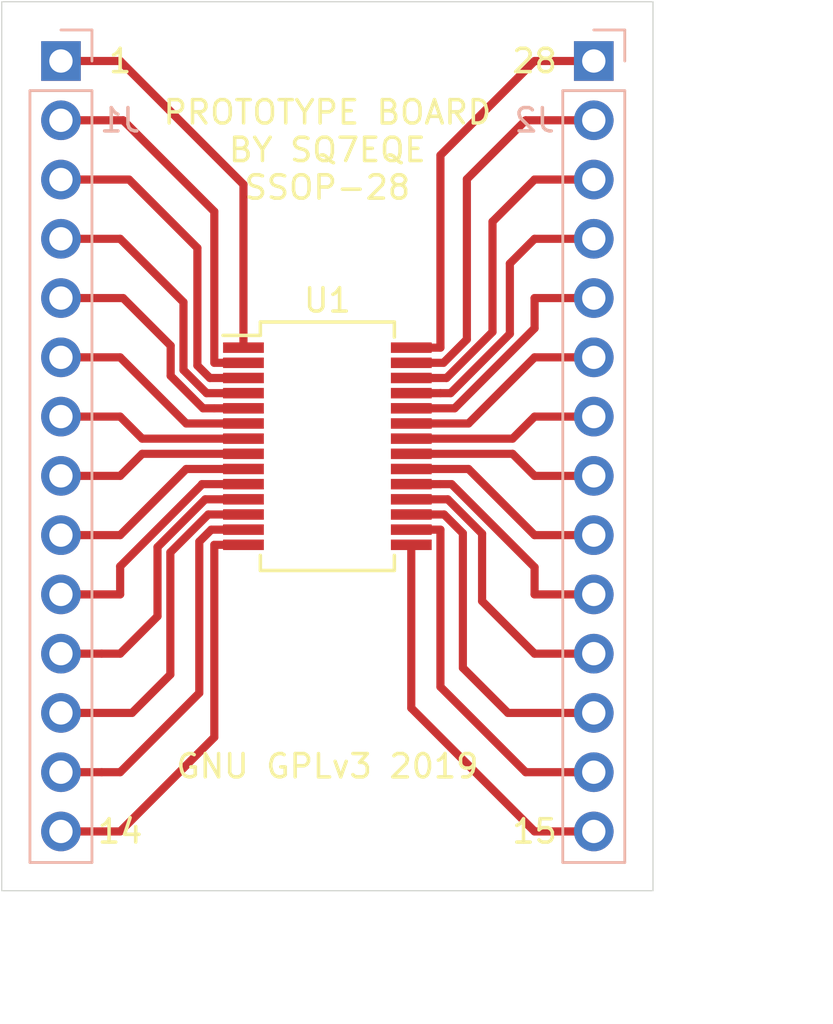
<source format=kicad_pcb>
(kicad_pcb (version 20171130) (host pcbnew 5.1.4-3.fc31)

  (general
    (thickness 1.6)
    (drawings 14)
    (tracks 120)
    (zones 0)
    (modules 3)
    (nets 29)
  )

  (page A4)
  (title_block
    (title "SSOP-28_3.9x9.9mm_P0.65 Prototype Board PCB")
    (date 2019-11-25)
    (rev 1.0)
    (company "MSc. Paweł Sobótka")
    (comment 1 "GNU GPLv3")
    (comment 2 "design by SQ7EQE")
  )

  (layers
    (0 F.Cu signal)
    (31 B.Cu signal)
    (32 B.Adhes user)
    (33 F.Adhes user)
    (34 B.Paste user)
    (35 F.Paste user)
    (36 B.SilkS user)
    (37 F.SilkS user)
    (38 B.Mask user)
    (39 F.Mask user)
    (40 Dwgs.User user)
    (41 Cmts.User user)
    (42 Eco1.User user)
    (43 Eco2.User user)
    (44 Edge.Cuts user)
    (45 Margin user)
    (46 B.CrtYd user)
    (47 F.CrtYd user)
    (48 B.Fab user)
    (49 F.Fab user)
  )

  (setup
    (last_trace_width 0.35)
    (user_trace_width 0.35)
    (trace_clearance 0.2)
    (zone_clearance 0.508)
    (zone_45_only no)
    (trace_min 0.2)
    (via_size 0.8)
    (via_drill 0.4)
    (via_min_size 0.4)
    (via_min_drill 0.3)
    (uvia_size 0.3)
    (uvia_drill 0.1)
    (uvias_allowed no)
    (uvia_min_size 0.2)
    (uvia_min_drill 0.1)
    (edge_width 0.05)
    (segment_width 0.2)
    (pcb_text_width 0.3)
    (pcb_text_size 1.5 1.5)
    (mod_edge_width 0.12)
    (mod_text_size 1 1)
    (mod_text_width 0.15)
    (pad_size 1.524 1.524)
    (pad_drill 0.762)
    (pad_to_mask_clearance 0.051)
    (solder_mask_min_width 0.25)
    (aux_axis_origin 127 104.14)
    (grid_origin 129.54 68.58)
    (visible_elements FFFFFF7F)
    (pcbplotparams
      (layerselection 0x0d2fc_ffffffff)
      (usegerberextensions false)
      (usegerberattributes true)
      (usegerberadvancedattributes true)
      (creategerberjobfile true)
      (excludeedgelayer true)
      (linewidth 0.150000)
      (plotframeref false)
      (viasonmask false)
      (mode 1)
      (useauxorigin false)
      (hpglpennumber 1)
      (hpglpenspeed 20)
      (hpglpendiameter 15.000000)
      (psnegative false)
      (psa4output false)
      (plotreference true)
      (plotvalue true)
      (plotinvisibletext false)
      (padsonsilk false)
      (subtractmaskfromsilk true)
      (outputformat 1)
      (mirror false)
      (drillshape 0)
      (scaleselection 1)
      (outputdirectory "plot/"))
  )

  (net 0 "")
  (net 1 "Net-(J1-Pad1)")
  (net 2 "Net-(J1-Pad2)")
  (net 3 "Net-(J1-Pad3)")
  (net 4 "Net-(J1-Pad4)")
  (net 5 "Net-(J1-Pad5)")
  (net 6 "Net-(J1-Pad6)")
  (net 7 "Net-(J1-Pad7)")
  (net 8 "Net-(J1-Pad8)")
  (net 9 "Net-(J1-Pad9)")
  (net 10 "Net-(J1-Pad10)")
  (net 11 "Net-(J1-Pad11)")
  (net 12 "Net-(J1-Pad12)")
  (net 13 "Net-(J1-Pad13)")
  (net 14 "Net-(J1-Pad14)")
  (net 15 "Net-(J2-Pad14)")
  (net 16 "Net-(J2-Pad13)")
  (net 17 "Net-(J2-Pad12)")
  (net 18 "Net-(J2-Pad11)")
  (net 19 "Net-(J2-Pad10)")
  (net 20 "Net-(J2-Pad9)")
  (net 21 "Net-(J2-Pad8)")
  (net 22 "Net-(J2-Pad7)")
  (net 23 "Net-(J2-Pad6)")
  (net 24 "Net-(J2-Pad5)")
  (net 25 "Net-(J2-Pad4)")
  (net 26 "Net-(J2-Pad3)")
  (net 27 "Net-(J2-Pad2)")
  (net 28 "Net-(J2-Pad1)")

  (net_class Default "To jest domyślna klasa połączeń."
    (clearance 0.2)
    (trace_width 0.35)
    (via_dia 0.8)
    (via_drill 0.4)
    (uvia_dia 0.3)
    (uvia_drill 0.1)
    (add_net "Net-(J1-Pad1)")
    (add_net "Net-(J1-Pad10)")
    (add_net "Net-(J1-Pad11)")
    (add_net "Net-(J1-Pad12)")
    (add_net "Net-(J1-Pad13)")
    (add_net "Net-(J1-Pad14)")
    (add_net "Net-(J1-Pad2)")
    (add_net "Net-(J1-Pad3)")
    (add_net "Net-(J1-Pad4)")
    (add_net "Net-(J1-Pad5)")
    (add_net "Net-(J1-Pad6)")
    (add_net "Net-(J1-Pad7)")
    (add_net "Net-(J1-Pad8)")
    (add_net "Net-(J1-Pad9)")
    (add_net "Net-(J2-Pad1)")
    (add_net "Net-(J2-Pad10)")
    (add_net "Net-(J2-Pad11)")
    (add_net "Net-(J2-Pad12)")
    (add_net "Net-(J2-Pad13)")
    (add_net "Net-(J2-Pad14)")
    (add_net "Net-(J2-Pad2)")
    (add_net "Net-(J2-Pad3)")
    (add_net "Net-(J2-Pad4)")
    (add_net "Net-(J2-Pad5)")
    (add_net "Net-(J2-Pad6)")
    (add_net "Net-(J2-Pad7)")
    (add_net "Net-(J2-Pad8)")
    (add_net "Net-(J2-Pad9)")
  )

  (module Connector_PinHeader_2.54mm:PinHeader_1x14_P2.54mm_Vertical (layer B.Cu) (tedit 59FED5CC) (tstamp 5DDBF86F)
    (at 129.54 68.58 180)
    (descr "Through hole straight pin header, 1x14, 2.54mm pitch, single row")
    (tags "Through hole pin header THT 1x14 2.54mm single row")
    (path /5DD8843E)
    (fp_text reference J1 (at -2.54 -2.54) (layer B.SilkS)
      (effects (font (size 1 1) (thickness 0.15)) (justify mirror))
    )
    (fp_text value "PCB PinHeader" (at -2.54 -27.94 90) (layer B.Fab)
      (effects (font (size 1 1) (thickness 0.15)) (justify mirror))
    )
    (fp_line (start -0.635 1.27) (end 1.27 1.27) (layer B.Fab) (width 0.1))
    (fp_line (start 1.27 1.27) (end 1.27 -34.29) (layer B.Fab) (width 0.1))
    (fp_line (start 1.27 -34.29) (end -1.27 -34.29) (layer B.Fab) (width 0.1))
    (fp_line (start -1.27 -34.29) (end -1.27 0.635) (layer B.Fab) (width 0.1))
    (fp_line (start -1.27 0.635) (end -0.635 1.27) (layer B.Fab) (width 0.1))
    (fp_line (start -1.33 -34.35) (end 1.33 -34.35) (layer B.SilkS) (width 0.12))
    (fp_line (start -1.33 -1.27) (end -1.33 -34.35) (layer B.SilkS) (width 0.12))
    (fp_line (start 1.33 -1.27) (end 1.33 -34.35) (layer B.SilkS) (width 0.12))
    (fp_line (start -1.33 -1.27) (end 1.33 -1.27) (layer B.SilkS) (width 0.12))
    (fp_line (start -1.33 0) (end -1.33 1.33) (layer B.SilkS) (width 0.12))
    (fp_line (start -1.33 1.33) (end 0 1.33) (layer B.SilkS) (width 0.12))
    (fp_line (start -1.8 1.8) (end -1.8 -34.8) (layer B.CrtYd) (width 0.05))
    (fp_line (start -1.8 -34.8) (end 1.8 -34.8) (layer B.CrtYd) (width 0.05))
    (fp_line (start 1.8 -34.8) (end 1.8 1.8) (layer B.CrtYd) (width 0.05))
    (fp_line (start 1.8 1.8) (end -1.8 1.8) (layer B.CrtYd) (width 0.05))
    (fp_text user %R (at 0 -16.51 -90) (layer B.Fab)
      (effects (font (size 1 1) (thickness 0.15)) (justify mirror))
    )
    (pad 1 thru_hole rect (at 0 0 180) (size 1.7 1.7) (drill 1) (layers *.Cu *.Mask)
      (net 1 "Net-(J1-Pad1)"))
    (pad 2 thru_hole oval (at 0 -2.54 180) (size 1.7 1.7) (drill 1) (layers *.Cu *.Mask)
      (net 2 "Net-(J1-Pad2)"))
    (pad 3 thru_hole oval (at 0 -5.08 180) (size 1.7 1.7) (drill 1) (layers *.Cu *.Mask)
      (net 3 "Net-(J1-Pad3)"))
    (pad 4 thru_hole oval (at 0 -7.62 180) (size 1.7 1.7) (drill 1) (layers *.Cu *.Mask)
      (net 4 "Net-(J1-Pad4)"))
    (pad 5 thru_hole oval (at 0 -10.16 180) (size 1.7 1.7) (drill 1) (layers *.Cu *.Mask)
      (net 5 "Net-(J1-Pad5)"))
    (pad 6 thru_hole oval (at 0 -12.7 180) (size 1.7 1.7) (drill 1) (layers *.Cu *.Mask)
      (net 6 "Net-(J1-Pad6)"))
    (pad 7 thru_hole oval (at 0 -15.24 180) (size 1.7 1.7) (drill 1) (layers *.Cu *.Mask)
      (net 7 "Net-(J1-Pad7)"))
    (pad 8 thru_hole oval (at 0 -17.78 180) (size 1.7 1.7) (drill 1) (layers *.Cu *.Mask)
      (net 8 "Net-(J1-Pad8)"))
    (pad 9 thru_hole oval (at 0 -20.32 180) (size 1.7 1.7) (drill 1) (layers *.Cu *.Mask)
      (net 9 "Net-(J1-Pad9)"))
    (pad 10 thru_hole oval (at 0 -22.86 180) (size 1.7 1.7) (drill 1) (layers *.Cu *.Mask)
      (net 10 "Net-(J1-Pad10)"))
    (pad 11 thru_hole oval (at 0 -25.4 180) (size 1.7 1.7) (drill 1) (layers *.Cu *.Mask)
      (net 11 "Net-(J1-Pad11)"))
    (pad 12 thru_hole oval (at 0 -27.94 180) (size 1.7 1.7) (drill 1) (layers *.Cu *.Mask)
      (net 12 "Net-(J1-Pad12)"))
    (pad 13 thru_hole oval (at 0 -30.48 180) (size 1.7 1.7) (drill 1) (layers *.Cu *.Mask)
      (net 13 "Net-(J1-Pad13)"))
    (pad 14 thru_hole oval (at 0 -33.02 180) (size 1.7 1.7) (drill 1) (layers *.Cu *.Mask)
      (net 14 "Net-(J1-Pad14)"))
    (model ${KISYS3DMOD}/Connector_PinHeader_2.54mm.3dshapes/PinHeader_1x14_P2.54mm_Vertical.wrl
      (at (xyz 0 0 0))
      (scale (xyz 1 1 1))
      (rotate (xyz 0 0 0))
    )
  )

  (module Connector_PinHeader_2.54mm:PinHeader_1x14_P2.54mm_Vertical (layer B.Cu) (tedit 59FED5CC) (tstamp 5DDBF1E2)
    (at 152.4 68.58 180)
    (descr "Through hole straight pin header, 1x14, 2.54mm pitch, single row")
    (tags "Through hole pin header THT 1x14 2.54mm single row")
    (path /5DD893DF)
    (fp_text reference J2 (at 2.54 -2.54) (layer B.SilkS)
      (effects (font (size 1 1) (thickness 0.15)) (justify mirror))
    )
    (fp_text value "PCB PinHeader" (at 2.54 -27.94 90) (layer B.Fab)
      (effects (font (size 1 1) (thickness 0.15)) (justify mirror))
    )
    (fp_text user %R (at 0 -16.51 -90) (layer B.Fab)
      (effects (font (size 1 1) (thickness 0.15)) (justify mirror))
    )
    (fp_line (start 1.8 1.8) (end -1.8 1.8) (layer B.CrtYd) (width 0.05))
    (fp_line (start 1.8 -34.8) (end 1.8 1.8) (layer B.CrtYd) (width 0.05))
    (fp_line (start -1.8 -34.8) (end 1.8 -34.8) (layer B.CrtYd) (width 0.05))
    (fp_line (start -1.8 1.8) (end -1.8 -34.8) (layer B.CrtYd) (width 0.05))
    (fp_line (start -1.33 1.33) (end 0 1.33) (layer B.SilkS) (width 0.12))
    (fp_line (start -1.33 0) (end -1.33 1.33) (layer B.SilkS) (width 0.12))
    (fp_line (start -1.33 -1.27) (end 1.33 -1.27) (layer B.SilkS) (width 0.12))
    (fp_line (start 1.33 -1.27) (end 1.33 -34.35) (layer B.SilkS) (width 0.12))
    (fp_line (start -1.33 -1.27) (end -1.33 -34.35) (layer B.SilkS) (width 0.12))
    (fp_line (start -1.33 -34.35) (end 1.33 -34.35) (layer B.SilkS) (width 0.12))
    (fp_line (start -1.27 0.635) (end -0.635 1.27) (layer B.Fab) (width 0.1))
    (fp_line (start -1.27 -34.29) (end -1.27 0.635) (layer B.Fab) (width 0.1))
    (fp_line (start 1.27 -34.29) (end -1.27 -34.29) (layer B.Fab) (width 0.1))
    (fp_line (start 1.27 1.27) (end 1.27 -34.29) (layer B.Fab) (width 0.1))
    (fp_line (start -0.635 1.27) (end 1.27 1.27) (layer B.Fab) (width 0.1))
    (pad 14 thru_hole oval (at 0 -33.02 180) (size 1.7 1.7) (drill 1) (layers *.Cu *.Mask)
      (net 15 "Net-(J2-Pad14)"))
    (pad 13 thru_hole oval (at 0 -30.48 180) (size 1.7 1.7) (drill 1) (layers *.Cu *.Mask)
      (net 16 "Net-(J2-Pad13)"))
    (pad 12 thru_hole oval (at 0 -27.94 180) (size 1.7 1.7) (drill 1) (layers *.Cu *.Mask)
      (net 17 "Net-(J2-Pad12)"))
    (pad 11 thru_hole oval (at 0 -25.4 180) (size 1.7 1.7) (drill 1) (layers *.Cu *.Mask)
      (net 18 "Net-(J2-Pad11)"))
    (pad 10 thru_hole oval (at 0 -22.86 180) (size 1.7 1.7) (drill 1) (layers *.Cu *.Mask)
      (net 19 "Net-(J2-Pad10)"))
    (pad 9 thru_hole oval (at 0 -20.32 180) (size 1.7 1.7) (drill 1) (layers *.Cu *.Mask)
      (net 20 "Net-(J2-Pad9)"))
    (pad 8 thru_hole oval (at 0 -17.78 180) (size 1.7 1.7) (drill 1) (layers *.Cu *.Mask)
      (net 21 "Net-(J2-Pad8)"))
    (pad 7 thru_hole oval (at 0 -15.24 180) (size 1.7 1.7) (drill 1) (layers *.Cu *.Mask)
      (net 22 "Net-(J2-Pad7)"))
    (pad 6 thru_hole oval (at 0 -12.7 180) (size 1.7 1.7) (drill 1) (layers *.Cu *.Mask)
      (net 23 "Net-(J2-Pad6)"))
    (pad 5 thru_hole oval (at 0 -10.16 180) (size 1.7 1.7) (drill 1) (layers *.Cu *.Mask)
      (net 24 "Net-(J2-Pad5)"))
    (pad 4 thru_hole oval (at 0 -7.62 180) (size 1.7 1.7) (drill 1) (layers *.Cu *.Mask)
      (net 25 "Net-(J2-Pad4)"))
    (pad 3 thru_hole oval (at 0 -5.08 180) (size 1.7 1.7) (drill 1) (layers *.Cu *.Mask)
      (net 26 "Net-(J2-Pad3)"))
    (pad 2 thru_hole oval (at 0 -2.54 180) (size 1.7 1.7) (drill 1) (layers *.Cu *.Mask)
      (net 27 "Net-(J2-Pad2)"))
    (pad 1 thru_hole rect (at 0 0 180) (size 1.7 1.7) (drill 1) (layers *.Cu *.Mask)
      (net 28 "Net-(J2-Pad1)"))
    (model ${KISYS3DMOD}/Connector_PinHeader_2.54mm.3dshapes/PinHeader_1x14_P2.54mm_Vertical.wrl
      (at (xyz 0 0 0))
      (scale (xyz 1 1 1))
      (rotate (xyz 0 0 0))
    )
  )

  (module Package_SO:SSOP-28_5.3x10.2mm_P0.65mm (layer F.Cu) (tedit 5A02F25C) (tstamp 5DDBF213)
    (at 140.97 85.09)
    (descr "28-Lead Plastic Shrink Small Outline (SS)-5.30 mm Body [SSOP] (see Microchip Packaging Specification 00000049BS.pdf)")
    (tags "SSOP 0.65")
    (path /5DD8EFF6)
    (attr smd)
    (fp_text reference U1 (at 0 -6.25) (layer F.SilkS)
      (effects (font (size 1 1) (thickness 0.15)))
    )
    (fp_text value SSOP-28 (at 0 6.25) (layer F.Fab)
      (effects (font (size 1 1) (thickness 0.15)))
    )
    (fp_line (start -1.65 -5.1) (end 2.65 -5.1) (layer F.Fab) (width 0.15))
    (fp_line (start 2.65 -5.1) (end 2.65 5.1) (layer F.Fab) (width 0.15))
    (fp_line (start 2.65 5.1) (end -2.65 5.1) (layer F.Fab) (width 0.15))
    (fp_line (start -2.65 5.1) (end -2.65 -4.1) (layer F.Fab) (width 0.15))
    (fp_line (start -2.65 -4.1) (end -1.65 -5.1) (layer F.Fab) (width 0.15))
    (fp_line (start -4.75 -5.5) (end -4.75 5.5) (layer F.CrtYd) (width 0.05))
    (fp_line (start 4.75 -5.5) (end 4.75 5.5) (layer F.CrtYd) (width 0.05))
    (fp_line (start -4.75 -5.5) (end 4.75 -5.5) (layer F.CrtYd) (width 0.05))
    (fp_line (start -4.75 5.5) (end 4.75 5.5) (layer F.CrtYd) (width 0.05))
    (fp_line (start -2.875 -5.325) (end -2.875 -4.75) (layer F.SilkS) (width 0.15))
    (fp_line (start 2.875 -5.325) (end 2.875 -4.675) (layer F.SilkS) (width 0.15))
    (fp_line (start 2.875 5.325) (end 2.875 4.675) (layer F.SilkS) (width 0.15))
    (fp_line (start -2.875 5.325) (end -2.875 4.675) (layer F.SilkS) (width 0.15))
    (fp_line (start -2.875 -5.325) (end 2.875 -5.325) (layer F.SilkS) (width 0.15))
    (fp_line (start -2.875 5.325) (end 2.875 5.325) (layer F.SilkS) (width 0.15))
    (fp_line (start -2.875 -4.75) (end -4.475 -4.75) (layer F.SilkS) (width 0.15))
    (fp_text user %R (at 0 0) (layer F.Fab)
      (effects (font (size 0.8 0.8) (thickness 0.15)))
    )
    (pad 1 smd rect (at -3.6 -4.225) (size 1.75 0.45) (layers F.Cu F.Paste F.Mask)
      (net 1 "Net-(J1-Pad1)"))
    (pad 2 smd rect (at -3.6 -3.575) (size 1.75 0.45) (layers F.Cu F.Paste F.Mask)
      (net 2 "Net-(J1-Pad2)"))
    (pad 3 smd rect (at -3.6 -2.925) (size 1.75 0.45) (layers F.Cu F.Paste F.Mask)
      (net 3 "Net-(J1-Pad3)"))
    (pad 4 smd rect (at -3.6 -2.275) (size 1.75 0.45) (layers F.Cu F.Paste F.Mask)
      (net 4 "Net-(J1-Pad4)"))
    (pad 5 smd rect (at -3.6 -1.625) (size 1.75 0.45) (layers F.Cu F.Paste F.Mask)
      (net 5 "Net-(J1-Pad5)"))
    (pad 6 smd rect (at -3.6 -0.975) (size 1.75 0.45) (layers F.Cu F.Paste F.Mask)
      (net 6 "Net-(J1-Pad6)"))
    (pad 7 smd rect (at -3.6 -0.325) (size 1.75 0.45) (layers F.Cu F.Paste F.Mask)
      (net 7 "Net-(J1-Pad7)"))
    (pad 8 smd rect (at -3.6 0.325) (size 1.75 0.45) (layers F.Cu F.Paste F.Mask)
      (net 8 "Net-(J1-Pad8)"))
    (pad 9 smd rect (at -3.6 0.975) (size 1.75 0.45) (layers F.Cu F.Paste F.Mask)
      (net 9 "Net-(J1-Pad9)"))
    (pad 10 smd rect (at -3.6 1.625) (size 1.75 0.45) (layers F.Cu F.Paste F.Mask)
      (net 10 "Net-(J1-Pad10)"))
    (pad 11 smd rect (at -3.6 2.275) (size 1.75 0.45) (layers F.Cu F.Paste F.Mask)
      (net 11 "Net-(J1-Pad11)"))
    (pad 12 smd rect (at -3.6 2.925) (size 1.75 0.45) (layers F.Cu F.Paste F.Mask)
      (net 12 "Net-(J1-Pad12)"))
    (pad 13 smd rect (at -3.6 3.575) (size 1.75 0.45) (layers F.Cu F.Paste F.Mask)
      (net 13 "Net-(J1-Pad13)"))
    (pad 14 smd rect (at -3.6 4.225) (size 1.75 0.45) (layers F.Cu F.Paste F.Mask)
      (net 14 "Net-(J1-Pad14)"))
    (pad 15 smd rect (at 3.6 4.225) (size 1.75 0.45) (layers F.Cu F.Paste F.Mask)
      (net 15 "Net-(J2-Pad14)"))
    (pad 16 smd rect (at 3.6 3.575) (size 1.75 0.45) (layers F.Cu F.Paste F.Mask)
      (net 16 "Net-(J2-Pad13)"))
    (pad 17 smd rect (at 3.6 2.925) (size 1.75 0.45) (layers F.Cu F.Paste F.Mask)
      (net 17 "Net-(J2-Pad12)"))
    (pad 18 smd rect (at 3.6 2.275) (size 1.75 0.45) (layers F.Cu F.Paste F.Mask)
      (net 18 "Net-(J2-Pad11)"))
    (pad 19 smd rect (at 3.6 1.625) (size 1.75 0.45) (layers F.Cu F.Paste F.Mask)
      (net 19 "Net-(J2-Pad10)"))
    (pad 20 smd rect (at 3.6 0.975) (size 1.75 0.45) (layers F.Cu F.Paste F.Mask)
      (net 20 "Net-(J2-Pad9)"))
    (pad 21 smd rect (at 3.6 0.325) (size 1.75 0.45) (layers F.Cu F.Paste F.Mask)
      (net 21 "Net-(J2-Pad8)"))
    (pad 22 smd rect (at 3.6 -0.325) (size 1.75 0.45) (layers F.Cu F.Paste F.Mask)
      (net 22 "Net-(J2-Pad7)"))
    (pad 23 smd rect (at 3.6 -0.975) (size 1.75 0.45) (layers F.Cu F.Paste F.Mask)
      (net 23 "Net-(J2-Pad6)"))
    (pad 24 smd rect (at 3.6 -1.625) (size 1.75 0.45) (layers F.Cu F.Paste F.Mask)
      (net 24 "Net-(J2-Pad5)"))
    (pad 25 smd rect (at 3.6 -2.275) (size 1.75 0.45) (layers F.Cu F.Paste F.Mask)
      (net 25 "Net-(J2-Pad4)"))
    (pad 26 smd rect (at 3.6 -2.925) (size 1.75 0.45) (layers F.Cu F.Paste F.Mask)
      (net 26 "Net-(J2-Pad3)"))
    (pad 27 smd rect (at 3.6 -3.575) (size 1.75 0.45) (layers F.Cu F.Paste F.Mask)
      (net 27 "Net-(J2-Pad2)"))
    (pad 28 smd rect (at 3.6 -4.225) (size 1.75 0.45) (layers F.Cu F.Paste F.Mask)
      (net 28 "Net-(J2-Pad1)"))
    (model ${KISYS3DMOD}/Package_SO.3dshapes/SSOP-28_5.3x10.2mm_P0.65mm.wrl
      (at (xyz 0 0 0))
      (scale (xyz 1 1 1))
      (rotate (xyz 0 0 0))
    )
  )

  (gr_text 15 (at 149.86 101.6) (layer F.SilkS)
    (effects (font (size 1 1) (thickness 0.15)))
  )
  (gr_text 14 (at 132.08 101.6) (layer F.SilkS)
    (effects (font (size 1 1) (thickness 0.15)))
  )
  (gr_text 28 (at 149.86 68.58) (layer F.SilkS)
    (effects (font (size 1 1) (thickness 0.15)))
  )
  (gr_text 1 (at 132.08 68.58) (layer F.SilkS)
    (effects (font (size 1 1) (thickness 0.15)))
  )
  (gr_text "GNU GPLv3 2019" (at 140.969999 98.806) (layer F.SilkS)
    (effects (font (size 1 1) (thickness 0.15)))
  )
  (gr_text "PROTOTYPE BOARD\nBY SQ7EQE\nSSOP-28" (at 140.969999 72.39) (layer F.SilkS)
    (effects (font (size 1 1) (thickness 0.15)))
  )
  (dimension 33.02 (width 0.15) (layer Cmts.User)
    (gr_text "33,020 mm" (at 158.78 85.09 90) (layer Cmts.User)
      (effects (font (size 1 1) (thickness 0.15)))
    )
    (feature1 (pts (xy 152.4 68.58) (xy 158.066421 68.58)))
    (feature2 (pts (xy 152.4 101.6) (xy 158.066421 101.6)))
    (crossbar (pts (xy 157.48 101.6) (xy 157.48 68.58)))
    (arrow1a (pts (xy 157.48 68.58) (xy 158.066421 69.706504)))
    (arrow1b (pts (xy 157.48 68.58) (xy 156.893579 69.706504)))
    (arrow2a (pts (xy 157.48 101.6) (xy 158.066421 100.473496)))
    (arrow2b (pts (xy 157.48 101.6) (xy 156.893579 100.473496)))
  )
  (dimension 38.1 (width 0.15) (layer Cmts.User)
    (gr_text "38,100 mm" (at 161.32 85.09 90) (layer Cmts.User)
      (effects (font (size 1 1) (thickness 0.15)))
    )
    (feature1 (pts (xy 154.94 66.04) (xy 160.606421 66.04)))
    (feature2 (pts (xy 154.94 104.14) (xy 160.606421 104.14)))
    (crossbar (pts (xy 160.02 104.14) (xy 160.02 66.04)))
    (arrow1a (pts (xy 160.02 66.04) (xy 160.606421 67.166504)))
    (arrow1b (pts (xy 160.02 66.04) (xy 159.433579 67.166504)))
    (arrow2a (pts (xy 160.02 104.14) (xy 160.606421 103.013496)))
    (arrow2b (pts (xy 160.02 104.14) (xy 159.433579 103.013496)))
  )
  (dimension 22.86 (width 0.15) (layer Cmts.User)
    (gr_text "22,860 mm" (at 140.97 107.98) (layer Cmts.User)
      (effects (font (size 1 1) (thickness 0.15)))
    )
    (feature1 (pts (xy 152.4 101.6) (xy 152.4 107.266421)))
    (feature2 (pts (xy 129.54 101.6) (xy 129.54 107.266421)))
    (crossbar (pts (xy 129.54 106.68) (xy 152.4 106.68)))
    (arrow1a (pts (xy 152.4 106.68) (xy 151.273496 107.266421)))
    (arrow1b (pts (xy 152.4 106.68) (xy 151.273496 106.093579)))
    (arrow2a (pts (xy 129.54 106.68) (xy 130.666504 107.266421)))
    (arrow2b (pts (xy 129.54 106.68) (xy 130.666504 106.093579)))
  )
  (dimension 27.94 (width 0.15) (layer Cmts.User)
    (gr_text "27,940 mm" (at 140.97 110.52) (layer Cmts.User)
      (effects (font (size 1 1) (thickness 0.15)))
    )
    (feature1 (pts (xy 154.94 104.14) (xy 154.94 109.806421)))
    (feature2 (pts (xy 127 104.14) (xy 127 109.806421)))
    (crossbar (pts (xy 127 109.22) (xy 154.94 109.22)))
    (arrow1a (pts (xy 154.94 109.22) (xy 153.813496 109.806421)))
    (arrow1b (pts (xy 154.94 109.22) (xy 153.813496 108.633579)))
    (arrow2a (pts (xy 127 109.22) (xy 128.126504 109.806421)))
    (arrow2b (pts (xy 127 109.22) (xy 128.126504 108.633579)))
  )
  (gr_line (start 127 104.14) (end 127 66.04) (layer Edge.Cuts) (width 0.05) (tstamp 5DDBF7E9))
  (gr_line (start 154.94 104.14) (end 127 104.14) (layer Edge.Cuts) (width 0.05))
  (gr_line (start 154.94 66.04) (end 154.94 104.14) (layer Edge.Cuts) (width 0.05))
  (gr_line (start 127 66.04) (end 154.94 66.04) (layer Edge.Cuts) (width 0.05))

  (segment (start 137.37 80.865) (end 137.37 73.87) (width 0.35) (layer F.Cu) (net 1))
  (segment (start 137.37 73.87) (end 132.08 68.58) (width 0.35) (layer F.Cu) (net 1))
  (segment (start 129.54 68.58) (end 132.08 68.58) (width 0.35) (layer F.Cu) (net 1))
  (segment (start 136.1197 81.515) (end 137.37 81.515) (width 0.35) (layer F.Cu) (net 2))
  (segment (start 129.54 71.12) (end 132.207 71.12) (width 0.35) (layer F.Cu) (net 2))
  (segment (start 136.1197 75.0327) (end 136.1197 81.515) (width 0.35) (layer F.Cu) (net 2))
  (segment (start 132.207 71.12) (end 136.1197 75.0327) (width 0.35) (layer F.Cu) (net 2))
  (segment (start 135.9285 82.165) (end 137.37 82.165) (width 0.35) (layer F.Cu) (net 3))
  (segment (start 135.3939 76.5929) (end 135.3939 81.6304) (width 0.35) (layer F.Cu) (net 3))
  (segment (start 129.54 73.66) (end 132.461 73.66) (width 0.35) (layer F.Cu) (net 3))
  (segment (start 135.3939 81.6304) (end 135.9285 82.165) (width 0.35) (layer F.Cu) (net 3))
  (segment (start 132.461 73.66) (end 135.3939 76.5929) (width 0.35) (layer F.Cu) (net 3))
  (segment (start 132.08 76.2) (end 134.7971 78.9171) (width 0.35) (layer F.Cu) (net 4))
  (segment (start 134.7971 78.9171) (end 134.7971 81.824) (width 0.35) (layer F.Cu) (net 4))
  (segment (start 134.7971 81.824) (end 135.7881 82.815) (width 0.35) (layer F.Cu) (net 4))
  (segment (start 135.7881 82.815) (end 137.37 82.815) (width 0.35) (layer F.Cu) (net 4))
  (segment (start 129.54 76.2) (end 132.08 76.2) (width 0.35) (layer F.Cu) (net 4))
  (segment (start 136.1197 83.465) (end 137.37 83.465) (width 0.35) (layer F.Cu) (net 5))
  (segment (start 132.207 78.74) (end 134.24709 80.78009) (width 0.35) (layer F.Cu) (net 5))
  (segment (start 135.638 83.465) (end 136.1197 83.465) (width 0.35) (layer F.Cu) (net 5))
  (segment (start 134.24709 80.78009) (end 134.24709 82.07409) (width 0.35) (layer F.Cu) (net 5))
  (segment (start 129.54 78.74) (end 132.207 78.74) (width 0.35) (layer F.Cu) (net 5))
  (segment (start 134.24709 82.07409) (end 135.638 83.465) (width 0.35) (layer F.Cu) (net 5))
  (segment (start 132.08 81.28) (end 134.915 84.115) (width 0.35) (layer F.Cu) (net 6))
  (segment (start 134.915 84.115) (end 137.37 84.115) (width 0.35) (layer F.Cu) (net 6))
  (segment (start 129.54 81.28) (end 132.08 81.28) (width 0.35) (layer F.Cu) (net 6))
  (segment (start 132.08 83.82) (end 133.025 84.765) (width 0.35) (layer F.Cu) (net 7))
  (segment (start 133.025 84.765) (end 137.37 84.765) (width 0.35) (layer F.Cu) (net 7))
  (segment (start 129.54 83.82) (end 132.08 83.82) (width 0.35) (layer F.Cu) (net 7))
  (segment (start 132.08 86.36) (end 133.025 85.415) (width 0.35) (layer F.Cu) (net 8))
  (segment (start 133.025 85.415) (end 137.37 85.415) (width 0.35) (layer F.Cu) (net 8))
  (segment (start 129.54 86.36) (end 132.08 86.36) (width 0.35) (layer F.Cu) (net 8))
  (segment (start 132.08 88.9) (end 134.915 86.065) (width 0.35) (layer F.Cu) (net 9))
  (segment (start 134.915 86.065) (end 137.37 86.065) (width 0.35) (layer F.Cu) (net 9))
  (segment (start 129.54 88.9) (end 132.08 88.9) (width 0.35) (layer F.Cu) (net 9))
  (segment (start 137.37 86.715) (end 135.5924 86.715) (width 0.35) (layer F.Cu) (net 10))
  (segment (start 129.54 91.44) (end 132.08 91.44) (width 0.35) (layer F.Cu) (net 10))
  (segment (start 132.08 90.23767) (end 135.5924 86.72527) (width 0.35) (layer F.Cu) (net 10))
  (segment (start 135.5924 86.72527) (end 135.5924 86.715) (width 0.35) (layer F.Cu) (net 10))
  (segment (start 132.08 91.44) (end 132.08 90.23767) (width 0.35) (layer F.Cu) (net 10))
  (segment (start 131.2851 93.98) (end 129.54 93.98) (width 0.35) (layer F.Cu) (net 11))
  (segment (start 135.7305 87.365) (end 133.6827 89.4128) (width 0.35) (layer F.Cu) (net 11))
  (segment (start 137.37 87.365) (end 135.7305 87.365) (width 0.35) (layer F.Cu) (net 11))
  (segment (start 133.6827 92.3773) (end 132.08 93.98) (width 0.35) (layer F.Cu) (net 11))
  (segment (start 133.6827 89.4128) (end 133.6827 92.3773) (width 0.35) (layer F.Cu) (net 11))
  (segment (start 132.08 93.98) (end 131.2851 93.98) (width 0.35) (layer F.Cu) (net 11))
  (segment (start 134.233 94.875) (end 134.233 89.6408) (width 0.35) (layer F.Cu) (net 12))
  (segment (start 134.233 89.6408) (end 135.8588 88.015) (width 0.35) (layer F.Cu) (net 12))
  (segment (start 129.54 96.52) (end 132.588 96.52) (width 0.35) (layer F.Cu) (net 12))
  (segment (start 135.8588 88.015) (end 137.37 88.015) (width 0.35) (layer F.Cu) (net 12))
  (segment (start 132.588 96.52) (end 134.233 94.875) (width 0.35) (layer F.Cu) (net 12))
  (segment (start 135.9893 88.665) (end 135.4756 89.1787) (width 0.35) (layer F.Cu) (net 13))
  (segment (start 135.4756 89.1787) (end 135.4756 95.6644) (width 0.35) (layer F.Cu) (net 13))
  (segment (start 131.2851 99.06) (end 129.54 99.06) (width 0.35) (layer F.Cu) (net 13))
  (segment (start 137.37 88.665) (end 135.9893 88.665) (width 0.35) (layer F.Cu) (net 13))
  (segment (start 135.4756 95.6644) (end 132.08 99.06) (width 0.35) (layer F.Cu) (net 13))
  (segment (start 132.08 99.06) (end 131.2851 99.06) (width 0.35) (layer F.Cu) (net 13))
  (segment (start 137.37 89.315) (end 136.1197 89.315) (width 0.35) (layer F.Cu) (net 14))
  (segment (start 132.08 101.6) (end 136.1197 97.5603) (width 0.35) (layer F.Cu) (net 14))
  (segment (start 136.1197 97.5603) (end 136.1197 89.315) (width 0.35) (layer F.Cu) (net 14))
  (segment (start 129.54 101.6) (end 132.08 101.6) (width 0.35) (layer F.Cu) (net 14))
  (segment (start 149.86 101.6) (end 144.57 96.31) (width 0.35) (layer F.Cu) (net 15))
  (segment (start 144.57 96.31) (end 144.57 89.315) (width 0.35) (layer F.Cu) (net 15))
  (segment (start 152.4 101.6) (end 149.86 101.6) (width 0.35) (layer F.Cu) (net 15))
  (segment (start 145.8203 88.665) (end 144.57 88.665) (width 0.35) (layer F.Cu) (net 16))
  (segment (start 145.8203 95.4013) (end 145.8203 88.665) (width 0.35) (layer F.Cu) (net 16))
  (segment (start 152.4 99.06) (end 149.479 99.06) (width 0.35) (layer F.Cu) (net 16))
  (segment (start 149.479 99.06) (end 145.8203 95.4013) (width 0.35) (layer F.Cu) (net 16))
  (segment (start 145.9778 88.015) (end 144.57 88.015) (width 0.35) (layer F.Cu) (net 17))
  (segment (start 146.7827 88.8199) (end 145.9778 88.015) (width 0.35) (layer F.Cu) (net 17))
  (segment (start 152.4 96.52) (end 148.717 96.52) (width 0.35) (layer F.Cu) (net 17))
  (segment (start 146.7827 94.5857) (end 146.7827 88.8199) (width 0.35) (layer F.Cu) (net 17))
  (segment (start 148.717 96.52) (end 146.7827 94.5857) (width 0.35) (layer F.Cu) (net 17))
  (segment (start 149.86 93.98) (end 147.6081 91.7281) (width 0.35) (layer F.Cu) (net 18))
  (segment (start 147.6081 91.7281) (end 147.6081 88.8376) (width 0.35) (layer F.Cu) (net 18))
  (segment (start 147.6081 88.8376) (end 146.1355 87.365) (width 0.35) (layer F.Cu) (net 18))
  (segment (start 146.1355 87.365) (end 144.57 87.365) (width 0.35) (layer F.Cu) (net 18))
  (segment (start 152.4 93.98) (end 149.86 93.98) (width 0.35) (layer F.Cu) (net 18))
  (segment (start 149.86 91.44) (end 149.86 90.2761) (width 0.35) (layer F.Cu) (net 19))
  (segment (start 149.86 90.2761) (end 146.2989 86.715) (width 0.35) (layer F.Cu) (net 19))
  (segment (start 146.2989 86.715) (end 145.8203 86.715) (width 0.35) (layer F.Cu) (net 19))
  (segment (start 144.57 86.715) (end 145.8203 86.715) (width 0.35) (layer F.Cu) (net 19))
  (segment (start 152.4 91.44) (end 149.86 91.44) (width 0.35) (layer F.Cu) (net 19))
  (segment (start 149.86 88.9) (end 147.025 86.065) (width 0.35) (layer F.Cu) (net 20))
  (segment (start 147.025 86.065) (end 144.57 86.065) (width 0.35) (layer F.Cu) (net 20))
  (segment (start 152.4 88.9) (end 149.86 88.9) (width 0.35) (layer F.Cu) (net 20))
  (segment (start 149.86 86.36) (end 148.915 85.415) (width 0.35) (layer F.Cu) (net 21))
  (segment (start 148.915 85.415) (end 144.57 85.415) (width 0.35) (layer F.Cu) (net 21))
  (segment (start 152.4 86.36) (end 149.86 86.36) (width 0.35) (layer F.Cu) (net 21))
  (segment (start 149.86 83.82) (end 148.915 84.765) (width 0.35) (layer F.Cu) (net 22))
  (segment (start 148.915 84.765) (end 144.57 84.765) (width 0.35) (layer F.Cu) (net 22))
  (segment (start 152.4 83.82) (end 149.86 83.82) (width 0.35) (layer F.Cu) (net 22))
  (segment (start 149.86 81.28) (end 147.025 84.115) (width 0.35) (layer F.Cu) (net 23))
  (segment (start 147.025 84.115) (end 144.57 84.115) (width 0.35) (layer F.Cu) (net 23))
  (segment (start 152.4 81.28) (end 149.86 81.28) (width 0.35) (layer F.Cu) (net 23))
  (segment (start 146.4281 83.465) (end 144.57 83.465) (width 0.35) (layer F.Cu) (net 24))
  (segment (start 152.4 78.74) (end 149.86 78.74) (width 0.35) (layer F.Cu) (net 24))
  (segment (start 149.86 80.0331) (end 146.4281 83.465) (width 0.35) (layer F.Cu) (net 24))
  (segment (start 149.86 78.74) (end 149.86 80.0331) (width 0.35) (layer F.Cu) (net 24))
  (segment (start 145.8203 82.815) (end 146.2566 82.815) (width 0.35) (layer F.Cu) (net 25))
  (segment (start 146.2566 82.815) (end 148.7991 80.2725) (width 0.35) (layer F.Cu) (net 25))
  (segment (start 148.7991 80.2725) (end 148.7991 77.2609) (width 0.35) (layer F.Cu) (net 25))
  (segment (start 148.7991 77.2609) (end 149.86 76.2) (width 0.35) (layer F.Cu) (net 25))
  (segment (start 144.57 82.815) (end 145.8203 82.815) (width 0.35) (layer F.Cu) (net 25))
  (segment (start 152.4 76.2) (end 149.86 76.2) (width 0.35) (layer F.Cu) (net 25))
  (segment (start 149.8601 73.66) (end 148.0544 75.4657) (width 0.35) (layer F.Cu) (net 26))
  (segment (start 148.0544 75.4657) (end 148.0544 80.1918) (width 0.35) (layer F.Cu) (net 26))
  (segment (start 148.0544 80.1918) (end 146.0812 82.165) (width 0.35) (layer F.Cu) (net 26))
  (segment (start 146.0812 82.165) (end 144.57 82.165) (width 0.35) (layer F.Cu) (net 26))
  (segment (start 149.8601 73.66) (end 149.86 73.66) (width 0.35) (layer F.Cu) (net 26))
  (segment (start 152.4 73.66) (end 149.8601 73.66) (width 0.35) (layer F.Cu) (net 26))
  (segment (start 146.9543 73.6447) (end 146.9543 80.5114) (width 0.35) (layer F.Cu) (net 27))
  (segment (start 152.4 71.12) (end 149.479 71.12) (width 0.35) (layer F.Cu) (net 27))
  (segment (start 145.9507 81.515) (end 144.57 81.515) (width 0.35) (layer F.Cu) (net 27))
  (segment (start 146.9543 80.5114) (end 145.9507 81.515) (width 0.35) (layer F.Cu) (net 27))
  (segment (start 149.479 71.12) (end 146.9543 73.6447) (width 0.35) (layer F.Cu) (net 27))
  (segment (start 144.57 80.865) (end 145.8203 80.865) (width 0.35) (layer F.Cu) (net 28))
  (segment (start 149.86 68.58) (end 145.8203 72.6197) (width 0.35) (layer F.Cu) (net 28))
  (segment (start 145.8203 72.6197) (end 145.8203 80.865) (width 0.35) (layer F.Cu) (net 28))
  (segment (start 152.4 68.58) (end 149.86 68.58) (width 0.35) (layer F.Cu) (net 28))

)

</source>
